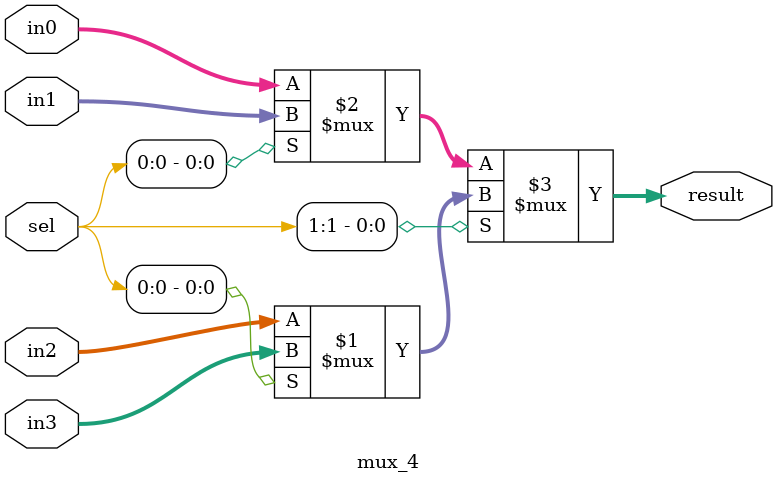
<source format=v>
`timescale 1ns / 1ps


module mux_4(
    input [1:0] sel,
    input [15:0] in0,
    input [15:0] in1,
    input [15:0] in2,
    input [15:0] in3,
    output [15:0] result
    );
    
    // from https://www.chipverify.com/verilog/verilog-4to1-mux
    assign result = sel[1] ? (sel[0] ? in3 : in2) : (sel[0] ? in1 : in0);
    
endmodule

</source>
